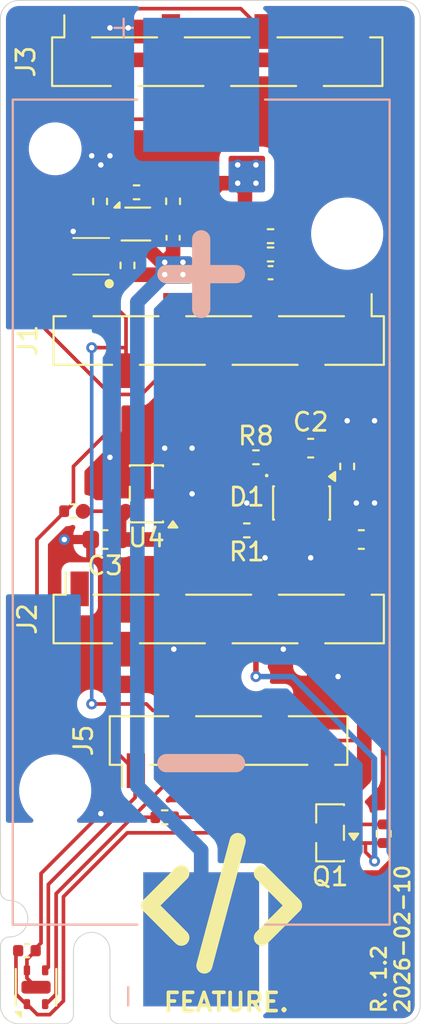
<source format=kicad_pcb>
(kicad_pcb (version 20241229) (generator "pcbnew") (generator_version "9.0")
  (title_block (title "Plant Sensor Breakout Board") (date "2026-02-10") (rev "1.2") (company "FEATURE") (comment 1 "pls sub this took so long good lord"))
  (layers (0 "F.Cu" signal) (2 "B.Cu" signal) (13 "F.Paste" user) (15 "B.Paste" user) (5 "F.SilkS" user "F.Silkscreen") (7 "B.SilkS" user "B.Silkscreen") (1 "F.Mask" user) (3 "B.Mask" user) (25 "Edge.Cuts" user))
  (net 0 "")
  (net 1 "GND")
  (net 2 "Net-(J1-Pin_2)")
  (net 3 "Net-(J1-Pin_7)")
  (net 4 "Net-(J1-Pin_4)")
  (net 5 "Net-(J1-Pin_1)")
  (net 6 "Net-(J2-Pin_4)")
  (net 7 "Net-(J2-Pin_1)")
  (net 8 "Net-(J2-Pin_2)")
  (net 9 "Net-(J2-Pin_3)")
  (net 11 "Net-(U5-BAT)")
  (net 12 "Net-(D1-K)")
  (net 13 "Net-(U2-ISET)")
  (net 14 "Net-(U2-TS)")
  (net 15 "Net-(U5-V-)")
  (net 16 "Net-(D1-A)")
  (net 17 "Net-(U5-Dout)")
  (net 18 "Net-(U5-Cout)")
  (net 20 "BAT+")
  (net 22 "/V_{USB}")
  (net 23 "+3V3")
  (net 24 "/3V3_{SW}")
  (net 25 "/BAT_{SENSE}")
  (net 26 "/SDA")
  (net 27 "/SCL")
  (net 28 "/MOSFET_{DRAIN}")
  (net 29 "/BAT+")
  (net 30 "/BAT-")
  (footprint "Library:LED_0402_1005Metric" (layer "F.Cu") (at 137.5 81.5 180)
    (property "Reference" "D1" (at 0 -1.17 0) (layer "F.SilkS"))
    (property "Value" "LED")
    (pad "1" smd roundrect (at -0.485 0 180) (size 0.59 0.64) (layers "F.Cu" "F.Mask" "F.Paste") (net 12 "Net-(D1-K)"))
    (pad "2" smd roundrect (at 0.485 0 180) (size 0.59 0.64) (layers "F.Cu" "F.Mask" "F.Paste") (net 16 "Net-(D1-A)"))
  )
  (footprint "Library:R_0402_1005Metric" (layer "F.Cu") (at 133.46 66.49 90)
    (property "Reference" "R4" (hide yes))
    (property "Value" "330" (hide yes))
    (pad "1" smd roundrect (at -0.51 0 90) (size 0.54 0.64) (layers "F.Cu" "F.Mask" "F.Paste") (net 11 "Net-(U5-BAT)"))
    (pad "2" smd roundrect (at 0.51 0 90) (size 0.54 0.64) (layers "F.Cu" "F.Mask" "F.Paste") (net 29 "/BAT+"))
  )
  (footprint "Library:PinSocket_1x07_P2.54mm_Vertical_SMD_Pin1Right" (layer "F.Cu") (at 135.96 89.35 90)
    (property "Reference" "J2" (at 0 -10.49 90) (layer "F.SilkS"))
    (property "Value" "Lower MCU Socket")
    (pad "1" smd rect (at 1.65 -7.62 90) (size 1.9 1) (layers "F.Cu" "F.Mask" "F.Paste") (net 7 "Net-(J2-Pin_1)"))
    (pad "2" smd rect (at -1.65 -5.08 90) (size 1.9 1) (layers "F.Cu" "F.Mask" "F.Paste") (net 8 "Net-(J2-Pin_2)"))
    (pad "3" smd rect (at 1.65 -2.54 90) (size 1.9 1) (layers "F.Cu" "F.Mask" "F.Paste") (net 9 "Net-(J2-Pin_3)"))
    (pad "4" smd rect (at -1.65 0 90) (size 1.9 1) (layers "F.Cu" "F.Mask" "F.Paste") (net 6 "Net-(J2-Pin_4)"))
    (pad "5" smd rect (at 1.65 2.54 90) (size 1.9 1) (layers "F.Cu" "F.Mask" "F.Paste") (net 23 "+3V3"))
    (pad "6" smd rect (at -1.65 5.08 90) (size 1.9 1) (layers "F.Cu" "F.Mask" "F.Paste") (net 1 "GND"))
    (pad "7" smd rect (at 1.65 7.62 90) (size 1.9 1) (layers "F.Cu" "F.Mask" "F.Paste") (net 22 "/V_{USB}"))
  )
  (footprint "Library:SOT-23-6" (layer "F.Cu") (at 140.5 83 -90)
    (property "Reference" "U2" (hide yes))
    (property "Value" "BQ21040DBV")
    (pad "1" smd roundrect (at -1.1375 -0.95 270) (size 1.325 0.6) (layers "F.Cu" "F.Mask" "F.Paste") (net 14 "Net-(U2-TS)"))
    (pad "2" smd roundrect (at -1.1375 0 270) (size 1.325 0.6) (layers "F.Cu" "F.Mask" "F.Paste") (net 29 "/BAT+"))
    (pad "3" smd roundrect (at -1.1375 0.95 270) (size 1.325 0.6) (layers "F.Cu" "F.Mask" "F.Paste") (net 12 "Net-(D1-K)"))
    (pad "4" smd roundrect (at 1.1375 0.95 270) (size 1.325 0.6) (layers "F.Cu" "F.Mask" "F.Paste") (net 13 "Net-(U2-ISET)"))
    (pad "5" smd roundrect (at 1.1375 0 270) (size 1.325 0.6) (layers "F.Cu" "F.Mask" "F.Paste") (net 1 "GND"))
    (pad "6" smd roundrect (at 1.1375 -0.95 270) (size 1.325 0.6) (layers "F.Cu" "F.Mask" "F.Paste") (net 22 "/V_{USB}"))
  )
  (footprint "Library:WSON-6_1.5x1.5mm_P0.5mm" (layer "F.Cu") (at 131.425 67.735)
    (property "Reference" "U5" (hide yes))
    (property "Value" "BQ29700" (hide yes))
    (pad "1" smd roundrect (at -0.525 -0.5 270) (size 0.28 0.85) (layers "F.Cu" "F.Mask" "F.Paste"))
    (pad "2" smd roundrect (at -0.575 0 270) (size 0.28 0.75) (layers "F.Cu" "F.Mask" "F.Paste") (net 18 "Net-(U5-Cout)"))
    (pad "3" smd roundrect (at -0.575 0.5 270) (size 0.28 0.75) (layers "F.Cu" "F.Mask" "F.Paste") (net 17 "Net-(U5-Dout)"))
    (pad "4" smd roundrect (at 0.575 0.5 270) (size 0.28 0.75) (layers "F.Cu" "F.Mask" "F.Paste") (net 30 "/BAT-"))
    (pad "5" smd roundrect (at 0.575 0 270) (size 0.28 0.75) (layers "F.Cu" "F.Mask" "F.Paste") (net 11 "Net-(U5-BAT)"))
    (pad "6" smd roundrect (at 0.575 -0.5 270) (size 0.28 0.75) (layers "F.Cu" "F.Mask" "F.Paste") (net 15 "Net-(U5-V-)"))
  )
  (footprint "Library:R_0402_1005Metric" (layer "F.Cu") (at 130.96 70 90)
    (property "Reference" "R6" (hide yes))
    (property "Value" "5.1M" (hide yes))
    (pad "1" smd roundrect (at -0.51 0 90) (size 0.54 0.64) (layers "F.Cu" "F.Mask" "F.Paste") (net 30 "/BAT-"))
    (pad "2" smd roundrect (at 0.51 0 90) (size 0.54 0.64) (layers "F.Cu" "F.Mask" "F.Paste") (net 17 "Net-(U5-Dout)"))
  )
  (footprint "Library:C_0603_1608Metric" (layer "F.Cu") (at 141 80)
    (property "Reference" "C2" (at 0 -1.43 0) (layer "F.SilkS"))
    (property "Value" "2.2uF@16v")
    (pad "1" smd roundrect (at -0.775 0) (size 0.9 0.95) (layers "F.Cu" "F.Mask" "F.Paste") (net 29 "/BAT+"))
    (pad "2" smd roundrect (at 0.775 0) (size 0.9 0.95) (layers "F.Cu" "F.Mask" "F.Paste") (net 1 "GND"))
  )
  (footprint "Library:R_0402_1005Metric" (layer "F.Cu") (at 131.46 66 180)
    (property "Reference" "R3" (hide yes))
    (property "Value" "2.2k" (hide yes))
    (pad "1" smd roundrect (at -0.51 0 180) (size 0.54 0.64) (layers "F.Cu" "F.Mask" "F.Paste") (net 15 "Net-(U5-V-)"))
    (pad "2" smd roundrect (at 0.51 0 180) (size 0.54 0.64) (layers "F.Cu" "F.Mask" "F.Paste") (net 1 "GND"))
  )
  (footprint "Library:SOT-23" (layer "F.Cu") (at 142.0625 101.05 180)
    (property "Reference" "Q1" (at 0 -2.4 0) (layer "F.SilkS"))
    (property "Value" "AO3401A" (hide yes))
    (pad "1" smd roundrect (at -0.9375 -0.95 180) (size 1.475 0.6) (layers "F.Cu" "F.Mask" "F.Paste") (net 6 "Net-(J2-Pin_4)"))
    (pad "2" smd roundrect (at -0.9375 0.95 180) (size 1.475 0.6) (layers "F.Cu" "F.Mask" "F.Paste") (net 23 "+3V3"))
    (pad "3" smd roundrect (at 0.9375 0 180) (size 1.475 0.6) (layers "F.Cu" "F.Mask" "F.Paste") (net 24 "/3V3_{SW}"))
  )
  (footprint "Library:C_0402_1005Metric" (layer "F.Cu") (at 125.45 107.5)
    (property "Reference" "C5" (hide yes))
    (property "Value" "100nF@16v" (hide yes))
    (pad "1" smd roundrect (at -0.48 0) (size 0.56 0.62) (layers "F.Cu" "F.Mask" "F.Paste") (net 24 "/3V3_{SW}"))
    (pad "2" smd roundrect (at 0.48 0) (size 0.56 0.62) (layers "F.Cu" "F.Mask" "F.Paste") (net 1 "GND"))
  )
  (footprint "Library:R_0402_1005Metric" (layer "F.Cu") (at 138.8 69.4)
    (property "Reference" "R12" (hide yes))
    (property "Value" "5.1M" (hide yes))
    (pad "1" smd roundrect (at -0.51 0) (size 0.54 0.64) (layers "F.Cu" "F.Mask" "F.Paste") (net 29 "/BAT+"))
    (pad "2" smd roundrect (at 0.51 0) (size 0.54 0.64) (layers "F.Cu" "F.Mask" "F.Paste") (net 25 "/BAT_{SENSE}"))
  )
  (footprint "Library:PinSocket_1x05_P2.54mm_Vertical_SMD_Pin1Left" (layer "F.Cu") (at 136.5 96 90)
    (property "Reference" "J5" (at 0 -7.95 90) (layer "F.SilkS"))
    (property "Value" "5-pin Socket")
    (pad "1" smd rect (at -1.65 -5.08 90) (size 1.9 1) (layers "F.Cu" "F.Mask" "F.Paste") (net 26 "/SDA"))
    (pad "2" smd rect (at 1.65 -2.54 90) (size 1.9 1) (layers "F.Cu" "F.Mask" "F.Paste") (net 27 "/SCL"))
    (pad "3" smd rect (at -1.65 0 90) (size 1.9 1) (layers "F.Cu" "F.Mask" "F.Paste") (net 1 "GND"))
    (pad "4" smd rect (at 1.65 2.54 90) (size 1.9 1) (layers "F.Cu" "F.Mask" "F.Paste"))
    (pad "5" smd rect (at -1.65 5.08 90) (size 1.9 1) (layers "F.Cu" "F.Mask" "F.Paste") (net 24 "/3V3_{SW}"))
  )
  (footprint "Library:PinSocket_1x07_P2.54mm_Vertical_SMD_Pin1Right" (layer "F.Cu") (at 135.88 58.85 90)
    (property "Reference" "J3" (at 0 -10.49 90) (layer "F.SilkS"))
    (property "Value" "Sensor Socket" (hide yes))
    (pad "1" smd rect (at 1.65 -7.62 90) (size 1.9 1) (layers "F.Cu" "F.Mask" "F.Paste") (net 24 "/3V3_{SW}"))
    (pad "2" smd rect (at -1.65 -5.08 90) (size 1.9 1) (layers "F.Cu" "F.Mask" "F.Paste"))
    (pad "3" smd rect (at 1.65 -2.54 90) (size 1.9 1) (layers "F.Cu" "F.Mask" "F.Paste") (net 1 "GND"))
    (pad "4" smd rect (at -1.65 0 90) (size 1.9 1) (layers "F.Cu" "F.Mask" "F.Paste") (net 27 "/SCL"))
    (pad "5" smd rect (at 1.65 2.54 90) (size 1.9 1) (layers "F.Cu" "F.Mask" "F.Paste") (net 26 "/SDA"))
    (pad "6" smd rect (at -1.65 5.08 90) (size 1.9 1) (layers "F.Cu" "F.Mask" "F.Paste"))
    (pad "7" smd rect (at 1.65 7.62 90) (size 1.9 1) (layers "F.Cu" "F.Mask" "F.Paste"))
  )
  (footprint "Library:R_0402_1005Metric" (layer "F.Cu") (at 138 80.5)
    (property "Reference" "R8" (at 0 -1.17 0) (layer "F.SilkS"))
    (property "Value" "2.2k")
    (pad "1" smd roundrect (at -0.51 0) (size 0.54 0.64) (layers "F.Cu" "F.Mask" "F.Paste") (net 16 "Net-(D1-A)"))
    (pad "2" smd roundrect (at 0.51 0) (size 0.54 0.64) (layers "F.Cu" "F.Mask" "F.Paste") (net 29 "/BAT+"))
  )
  (footprint "Library:C_0402_1005Metric" (layer "F.Cu") (at 133.46 68.49 -90)
    (property "Reference" "C4" (hide yes))
    (property "Value" "100nF@16v" (hide yes))
    (pad "1" smd roundrect (at -0.48 0 270) (size 0.56 0.62) (layers "F.Cu" "F.Mask" "F.Paste") (net 11 "Net-(U5-BAT)"))
    (pad "2" smd roundrect (at 0.48 0 270) (size 0.56 0.62) (layers "F.Cu" "F.Mask" "F.Paste") (net 30 "/BAT-"))
  )
  (footprint "Library:R_0402_1005Metric" (layer "F.Cu") (at 145 101.1 90)
    (property "Reference" "R7" (hide yes))
    (property "Value" "100k")
    (pad "1" smd roundrect (at -0.51 0 90) (size 0.54 0.64) (layers "F.Cu" "F.Mask" "F.Paste") (net 6 "Net-(J2-Pin_4)"))
    (pad "2" smd roundrect (at 0.51 0 90) (size 0.54 0.64) (layers "F.Cu" "F.Mask" "F.Paste") (net 23 "+3V3"))
  )
  (footprint "Library:PinSocket_1x07_P2.54mm_Vertical_SMD_Pin1Left" (layer "F.Cu") (at 135.96 74.11 -90)
    (property "Reference" "J1" (at 0 10.46 90) (layer "F.SilkS"))
    (property "Value" "Upper MCU Socket")
    (pad "1" smd rect (at -1.65 -7.62 270) (size 1.9 1) (layers "F.Cu" "F.Mask" "F.Paste") (net 5 "Net-(J1-Pin_1)"))
    (pad "2" smd rect (at 1.65 -5.08 270) (size 1.9 1) (layers "F.Cu" "F.Mask" "F.Paste") (net 2 "Net-(J1-Pin_2)"))
    (pad "3" smd rect (at -1.65 -2.54 270) (size 1.9 1) (layers "F.Cu" "F.Mask" "F.Paste") (net 25 "/BAT_{SENSE}"))
    (pad "4" smd rect (at 1.65 0 270) (size 1.9 1) (layers "F.Cu" "F.Mask" "F.Paste") (net 4 "Net-(J1-Pin_4)"))
    (pad "5" smd rect (at -1.65 2.54 270) (size 1.9 1) (layers "F.Cu" "F.Mask" "F.Paste") (net 26 "/SDA"))
    (pad "6" smd rect (at 1.65 5.08 270) (size 1.9 1) (layers "F.Cu" "F.Mask" "F.Paste") (net 27 "/SCL"))
    (pad "7" smd rect (at -1.65 7.62 270) (size 1.9 1) (layers "F.Cu" "F.Mask" "F.Paste") (net 3 "Net-(J1-Pin_7)"))
  )
  (footprint "Library:C_0603_1608Metric" (layer "F.Cu") (at 143.775 85)
    (property "Reference" "C1" (hide yes))
    (property "Value" "2.2uF@16v")
    (pad "1" smd roundrect (at -0.775 0) (size 0.9 0.95) (layers "F.Cu" "F.Mask" "F.Paste") (net 22 "/V_{USB}"))
    (pad "2" smd roundrect (at 0.775 0) (size 0.9 0.95) (layers "F.Cu" "F.Mask" "F.Paste") (net 1 "GND"))
  )
  (footprint "Library:C_0402_1005Metric" (layer "F.Cu") (at 138.8 70.4)
    (property "Reference" "C6" (hide yes))
    (property "Value" "100nF@16v" (hide yes))
    (pad "1" smd roundrect (at -0.48 0) (size 0.56 0.62) (layers "F.Cu" "F.Mask" "F.Paste") (net 25 "/BAT_{SENSE}"))
    (pad "2" smd roundrect (at 0.48 0) (size 0.56 0.62) (layers "F.Cu" "F.Mask" "F.Paste") (net 1 "GND"))
  )
  (footprint "Library:C_0603_1608Metric" (layer "F.Cu") (at 129.725 85 180)
    (property "Reference" "C3" (at 0 -1.43 0) (layer "F.SilkS"))
    (property "Value" "2.2uF@16v")
    (pad "1" smd roundrect (at -0.775 0 180) (size 0.9 0.95) (layers "F.Cu" "F.Mask" "F.Paste") (net 23 "+3V3"))
    (pad "2" smd roundrect (at 0.775 0 180) (size 0.9 0.95) (layers "F.Cu" "F.Mask" "F.Paste") (net 1 "GND"))
  )
  (footprint "Library:CSD85301Q2" (layer "F.Cu") (at 128.96 69.5 180)
    (property "Reference" "U6" (hide yes))
    (property "Value" "CSD85301Q2" (hide yes))
    (pad "1" smd rect (at -0.975 -0.65 180) (size 0.45 0.3) (layers "F.Cu" "F.Mask" "F.Paste") (net 30 "/BAT-"))
    (pad "2" smd rect (at -0.975 0 180) (size 0.45 0.3) (layers "F.Cu" "F.Mask" "F.Paste") (net 17 "Net-(U5-Dout)"))
    (pad "3" smd rect (at -0.975 0.65 180) (size 0.45 0.3) (layers "F.Cu" "F.Mask" "F.Paste") (net 28 "/MOSFET_{DRAIN}"))
    (pad "4" smd rect (at 0.975 0.65 180) (size 0.45 0.3) (layers "F.Cu" "F.Mask" "F.Paste") (net 1 "GND"))
    (pad "5" smd rect (at 0.975 0 180) (size 0.45 0.3) (layers "F.Cu" "F.Mask" "F.Paste") (net 18 "Net-(U5-Cout)"))
    (pad "6" smd rect (at 0.975 -0.65 180) (size 0.45 0.3) (layers "F.Cu" "F.Mask" "F.Paste") (net 28 "/MOSFET_{DRAIN}"))
    (pad "7" smd rect (at 0 -0.488 180) (size 0.9 0.625) (layers "F.Cu" "F.Mask" "F.Paste") (net 28 "/MOSFET_{DRAIN}"))
    (pad "8" smd rect (at 0 0.488 180) (size 0.9 0.625) (layers "F.Cu" "F.Mask" "F.Paste") (net 28 "/MOSFET_{DRAIN}"))
  )
  (footprint "Library:R_0402_1005Metric" (layer "F.Cu") (at 138.8 68.4)
    (property "Reference" "R11" (hide yes))
    (property "Value" "5.1M" (hide yes))
    (pad "1" smd roundrect (at -0.51 0) (size 0.54 0.64) (layers "F.Cu" "F.Mask" "F.Paste") (net 25 "/BAT_{SENSE}"))
    (pad "2" smd roundrect (at 0.51 0) (size 0.54 0.64) (layers "F.Cu" "F.Mask" "F.Paste") (net 1 "GND"))
  )
  (footprint "Library:R_0402_1005Metric" (layer "F.Cu") (at 133 100.2 180)
    (property "Reference" "R9" (hide yes))
    (property "Value" "3k3" (hide yes))
    (pad "1" smd roundrect (at -0.51 0 180) (size 0.54 0.64) (layers "F.Cu" "F.Mask" "F.Paste") (net 23 "+3V3"))
    (pad "2" smd roundrect (at 0.51 0 180) (size 0.54 0.64) (layers "F.Cu" "F.Mask" "F.Paste") (net 27 "/SCL"))
  )
  (footprint "Library:SOT-23-5" (layer "F.Cu") (at 132 82.5 180)
    (property "Reference" "U4" (at 0 -2.4 0) (layer "F.SilkS"))
    (property "Value" "TPS7A0533PDBV")
    (pad "1" smd roundrect (at -1.1375 -0.95 180) (size 1.325 0.6) (layers "F.Cu" "F.Mask" "F.Paste") (net 29 "/BAT+"))
    (pad "2" smd roundrect (at -1.1375 0 180) (size 1.325 0.6) (layers "F.Cu" "F.Mask" "F.Paste") (net 1 "GND"))
    (pad "3" smd roundrect (at -1.1375 0.95 180) (size 1.325 0.6) (layers "F.Cu" "F.Mask" "F.Paste") (net 29 "/BAT+"))
    (pad "4" smd roundrect (at 1.1375 0.95 180) (size 1.325 0.6) (layers "F.Cu" "F.Mask" "F.Paste") (net 1 "GND"))
    (pad "5" smd roundrect (at 1.1375 -0.95 180) (size 1.325 0.6) (layers "F.Cu" "F.Mask" "F.Paste") (net 23 "+3V3"))
  )
  (footprint "Library:R_0402_1005Metric" (layer "F.Cu") (at 137.5 84.5 180)
    (property "Reference" "R1" (at 0 -1.17 0) (layer "F.SilkS"))
    (property "Value" "1.2k")
    (pad "1" smd roundrect (at -0.51 0 180) (size 0.54 0.64) (layers "F.Cu" "F.Mask" "F.Paste") (net 13 "Net-(U2-ISET)"))
    (pad "2" smd roundrect (at 0.51 0 180) (size 0.54 0.64) (layers "F.Cu" "F.Mask" "F.Paste") (net 1 "GND"))
  )
  (footprint "Library:Sensirion_DFN-4-1EP_2x2mm_P1mm_EP0.7x1.6mm" (layer "F.Cu") (at 125.95 109.5 90)
    (property "Reference" "U7" (hide yes))
    (property "Value" "SHTC3" (hide yes))
    (pad "1" smd roundrect (at -0.925 -0.5 90) (size 0.55 0.35) (layers "F.Cu" "F.Mask") (net 24 "/3V3_{SW}"))
    (pad "2" smd roundrect (at -0.925 0.5 90) (size 0.55 0.35) (layers "F.Cu" "F.Mask") (net 27 "/SCL"))
    (pad "3" smd roundrect (at 0.925 0.5 90) (size 0.55 0.35) (layers "F.Cu" "F.Mask") (net 26 "/SDA"))
    (pad "4" smd roundrect (at 0.925 -0.5 90) (size 0.55 0.35) (layers "F.Cu" "F.Mask") (net 1 "GND"))
    (pad "5" smd roundrect (at 0 0 90) (size 0.7 1.6) (layers "F.Cu" "F.Mask") (net 1 "GND"))
  )
  (footprint "Library:R_0402_1005Metric" (layer "F.Cu") (at 129.46 66.5 90)
    (property "Reference" "R5" (hide yes))
    (property "Value" "5.1M" (hide yes))
    (pad "1" smd roundrect (at -0.51 0 90) (size 0.54 0.64) (layers "F.Cu" "F.Mask" "F.Paste") (net 18 "Net-(U5-Cout)"))
    (pad "2" smd roundrect (at 0.51 0 90) (size 0.54 0.64) (layers "F.Cu" "F.Mask" "F.Paste") (net 1 "GND"))
  )
  (footprint "Library:R_0402_1005Metric" (layer "F.Cu") (at 128 83.45 180)
    (property "Reference" "R10" (hide yes))
    (property "Value" "3k3" (hide yes))
    (pad "1" smd roundrect (at -0.51 0 180) (size 0.54 0.64) (layers "F.Cu" "F.Mask" "F.Paste") (net 23 "+3V3"))
    (pad "2" smd roundrect (at 0.51 0 180) (size 0.54 0.64) (layers "F.Cu" "F.Mask" "F.Paste") (net 26 "/SDA"))
  )
  (footprint "Library:R_0402_1005Metric" (layer "F.Cu") (at 143 81 90)
    (property "Reference" "R2" (hide yes))
    (property "Value" "10k")
    (pad "1" smd roundrect (at -0.51 0 90) (size 0.54 0.64) (layers "F.Cu" "F.Mask" "F.Paste") (net 14 "Net-(U2-TS)"))
    (pad "2" smd roundrect (at 0.51 0 90) (size 0.54 0.64) (layers "F.Cu" "F.Mask" "F.Paste") (net 1 "GND"))
  )
  (footprint "Library:BAT_1096" (layer "B.Cu") (at 135 83.5 90)
    (property "Reference" "BT1" (hide yes))
    (property "Value" "1096" (hide yes))
    (pad "" np_thru_hole circle (at -15.24 -8 90) (size 3.45 3.45) (drill 3.45) (layers "*.Cu" "*.Mask"))
    (pad "" np_thru_hole circle (at 15.24 8 90) (size 3.45 3.45) (drill 3.45) (layers "*.Cu" "*.Mask"))
    (pad "" np_thru_hole circle (at 19.88 -8 90) (size 2.39 2.39) (drill 2.39) (layers "*.Cu" "*.Mask"))
    (pad "N" smd rect (at -23.38 0 90) (size 7.34 6.35) (layers "B.Cu" "B.Mask" "B.Paste") (net 30 "/BAT-"))
    (pad "P" smd rect (at 23.38 0 90) (size 7.34 6.35) (layers "B.Cu" "B.Mask" "B.Paste") (net 20 "BAT+"))
  )
  (gr_line (start 140.086805 105.027777) (end 138.322916 106.791666) (stroke (width 0.881944)) (layer "F.SilkS"))
  (gr_line (start 138.322916 103.263888) (end 140.086805 105.027777) (stroke (width 0.881944)) (layer "F.SilkS"))
  (gr_line (start 132.149306 105.027777) (end 133.913194 106.791666) (stroke (width 0.881944)) (layer "F.SilkS"))
  (gr_line (start 137 101.5) (end 135.17389 108.315136) (stroke (width 0.881944)) (layer "F.SilkS"))
  (gr_line (start 133.913194 103.263888) (end 132.149306 105.027777) (stroke (width 0.881944)) (layer "F.SilkS"))
  (gr_line (start 124 104.25) (end 124 56.5) (stroke (width 0.05)) (layer "Edge.Cuts"))
  (gr_line (start 147 94) (end 147 110.5) (stroke (width 0.05)) (layer "Edge.Cuts"))
  (gr_arc (start 146 55.5) (mid 146.707107 55.792893) (end 147 56.5) (stroke (width 0.05)) (layer "Edge.Cuts"))
  (gr_line (start 124 110.5) (end 124 107.25) (stroke (width 0.05)) (layer "Edge.Cuts"))
  (gr_arc (start 128 107.5) (mid 129 106.5) (end 130 107.5) (stroke (width 0.05)) (layer "Edge.Cuts"))
  (gr_line (start 125 55.5) (end 146 55.5) (stroke (width 0.05)) (layer "Edge.Cuts"))
  (gr_arc (start 124.5 104.75) (mid 125.5 105.75) (end 124.5 106.75) (stroke (width 0.05)) (layer "Edge.Cuts"))
  (gr_line (start 146 111.5) (end 146 111.5) (stroke (width 0.05)) (layer "Edge.Cuts"))
  (gr_arc (start 128 111) (mid 127.853553 111.353553) (end 127.5 111.5) (stroke (width 0.05)) (layer "Edge.Cuts"))
  (gr_arc (start 124 107.25) (mid 124.146447 106.896447) (end 124.5 106.75) (stroke (width 0.05)) (layer "Edge.Cuts"))
  (gr_line (start 128 107.5) (end 128 111) (stroke (width 0.05)) (layer "Edge.Cuts"))
  (gr_arc (start 125 111.5) (mid 124.292893 111.207107) (end 124 110.5) (stroke (width 0.05)) (layer "Edge.Cuts"))
  (gr_line (start 130 107.5) (end 130 111) (stroke (width 0.05)) (layer "Edge.Cuts"))
  (gr_line (start 127.5 111.5) (end 125 111.5) (stroke (width 0.05)) (layer "Edge.Cuts"))
  (gr_line (start 147 94) (end 147 56.5) (stroke (width 0.05)) (layer "Edge.Cuts"))
  (gr_arc (start 124 56.5) (mid 124.292893 55.792893) (end 125 55.5) (stroke (width 0.05)) (layer "Edge.Cuts"))
  (gr_arc (start 124.5 104.75) (mid 124.146447 104.603553) (end 124 104.25) (stroke (width 0.05)) (layer "Edge.Cuts"))
  (gr_line (start 130.5 111.5) (end 146 111.5) (stroke (width 0.05)) (layer "Edge.Cuts"))
  (gr_arc (start 130.5 111.5) (mid 130.146447 111.353553) (end 130 111) (stroke (width 0.05)) (layer "Edge.Cuts"))
  (gr_arc (start 147 110.5) (mid 146.707107 111.207107) (end 146 111.5) (stroke (width 0.05)) (layer "Edge.Cuts"))
  (gr_text "FEATURE." (at 132.834908 110.911953 0) (layer "F.SilkS") (effects (font (size 1 1) (thickness 0.2) (bold yes)) (justify left bottom)))
  (gr_text "R. ${REVISION}\n${ISSUE_DATE}" (at 146.5 111 90) (layer "F.SilkS") (effects (font (size 0.8 0.8) (thickness 0.15) (bold yes)) (justify left bottom)))
  (gr_text "+" (at 135 70.12 0) (layer "B.SilkS") (effects (font (size 5 5) (thickness 1) (bold yes)) (justify mirror)))
  (gr_text "-" (at 135 96.88 0) (layer "B.SilkS") (effects (font (size 5 5) (thickness 1) (bold yes)) (justify mirror)))
  (segment (start 140.5 84.1375) (end 140.5 83.475001) (width 0.5) (layer "F.Cu") (net 1))
  (segment (start 126.223999 103.276001) (end 129.5 100) (width 0.2) (layer "F.Cu") (net 1))
  (segment (start 133.1375 82.5) (end 134.5 82.5) (width 0.5) (layer "F.Cu") (net 1))
  (segment (start 140.5 85.5) (end 141 86) (width 0.5) (layer "F.Cu") (net 1))
  (segment (start 142.51 80) (end 143 80.49) (width 0.8) (layer "F.Cu") (net 1))
  (segment (start 126.223999 107.076001) (end 126.223999 103.276001) (width 0.2) (layer "F.Cu") (net 1))
  (segment (start 133.1375 82.5) (end 132 82.5) (width 0.5) (layer "F.Cu") (net 1))
  (segment (start 140.024999 83) (end 138.5 83) (width 0.5) (layer "F.Cu") (net 1))
  (segment (start 141.775 80) (end 141.775 78.775) (width 0.8) (layer "F.Cu") (net 1))
  (segment (start 125.45 108.575) (end 125.45 107.98) (width 0.2) (layer "F.Cu") (net 1))
  (segment (start 140.5 83.475001) (end 140.975001 83) (width 0.5) (layer "F.Cu") (net 1))
  (segment (start 125.93 107.5) (end 125.93 107.37) (width 0.2) (layer "F.Cu") (net 1))
  (segment (start 132 82.5) (end 130 82.5) (width 0.5) (layer "F.Cu") (net 1))
  (segment (start 127.985 68.136) (end 128 68.136) (width 0.2) (layer "F.Cu") (net 1))
  (segment (start 139.21 70.42) (end 139.29 70.5) (width 0.2) (layer "F.Cu") (net 1))
  (segment (start 125.93 107.37) (end 126.223999 107.076001) (width 0.2) (layer "F.Cu") (net 1))
  (segment (start 125.45 109) (end 125.95 109.5) (width 0.2) (layer "F.Cu") (net 1))
  (segment (start 144.55 85) (end 144.55 83.05) (width 0.8) (layer "F.Cu") (net 1))
  (segment (start 125.45 108.575) (end 125.45 109) (width 0.2) (layer "F.Cu") (net 1))
  (segment (start 132 82.5) (end 132 80.5) (width 0.5) (layer "F.Cu") (net 1))
  (segment (start 140.5 84.1375) (end 140.5 85.5) (width 0.5) (layer "F.Cu") (net 1))
  (segment (start 141.775 80) (end 142.51 80) (width 0.8) (layer "F.Cu") (net 1))
  (segment (start 141.775 78.775) (end 141.5 78.5) (width 0.8) (layer "F.Cu") (net 1))
  (segment (start 127.985 68.85) (end 127.985 68.136) (width 0.5) (layer "F.Cu") (net 1))
  (segment (start 142.476 83.024) (end 142.5 83) (width 0.5) (layer "F.Cu") (net 1))
  (segment (start 138.5 83) (end 138.524 83.024) (width 0.5) (layer "F.Cu") (net 1))
  (segment (start 138.524 83.024) (end 142.476 83.024) (width 0.5) (layer "F.Cu") (net 1))
  (segment (start 125.45 107.98) (end 125.93 107.5) (width 0.2) (layer "F.Cu") (net 1))
  (segment (start 144.55 83.05) (end 144.5 83) (width 0.8) (layer "F.Cu") (net 1))
  (segment (start 140.975001 83) (end 142.5 83) (width 0.5) (layer "F.Cu") (net 1))
  (segment (start 140.5 83.475001) (end 140.024999 83) (width 0.5) (layer "F.Cu") (net 1))
  (via (at 143 78.5) (size 0.6) (drill 0.3) (layers "F.Cu" "B.Cu") (net 1))
  (via (at 131 57) (size 0.6) (drill 0.3) (layers "F.Cu" "B.Cu") (net 1))
  (via (at 142.5 92.5) (size 0.6) (drill 0.3) (layers "F.Cu" "B.Cu") (net 1))
  (via (at 143.5 83) (size 0.6) (drill 0.3) (layers "F.Cu" "B.Cu") (net 1))
  (via (at 133 80) (size 0.6) (drill 0.3) (layers "F.Cu" "B.Cu") (net 1))
  (via (at 130 64) (size 0.6) (drill 0.3) (layers "F.Cu" "B.Cu") (net 1))
  (via (at 144.5 78.5) (size 0.6) (drill 0.3) (layers "F.Cu" "B.Cu") (net 1))
  (via (at 130 80.5) (size 0.6) (drill 0.3) (layers "F.Cu" "B.Cu") (net 1))
  (via (at 130 57) (size 0.6) (drill 0.3) (layers "F.Cu" "B.Cu") (net 1))
  (via (at 133.5 91) (size 0.6) (drill 0.3) (layers "F.Cu" "B.Cu") (net 1))
  (via (at 144.5 83) (size 0.6) (drill 0.3) (layers "F.Cu" "B.Cu") (net 1))
  (via (at 139.5 91) (size 0.6) (drill 0.3) (layers "F.Cu" "B.Cu") (net 1))
  (via (at 129 64) (size 0.6) (drill 0.3) (layers "F.Cu" "B.Cu") (net 1))
  (via (at 129.5 100) (size 0.6) (drill 0.3) (layers "F.Cu" "B.Cu") (net 1))
  (via (at 129.5 64.5) (size 0.6) (drill 0.3) (layers "F.Cu" "B.Cu") (net 1))
  (via (at 127.985 68.136) (size 0.6) (drill 0.3) (layers "F.Cu" "B.Cu") (net 1))
  (via (at 138.5 86) (size 0.6) (drill 0.3) (layers "F.Cu" "B.Cu") (net 1))
  (via (at 127.5 85) (size 0.6) (drill 0.3) (layers "F.Cu" "B.Cu") (net 1))
  (via (at 137.5 83) (size 0.6) (drill 0.3) (layers "F.Cu" "B.Cu") (net 1))
  (via (at 134.5 80) (size 0.6) (drill 0.3) (layers "F.Cu" "B.Cu") (net 1))
  (via (at 134.5 82.5) (size 0.6) (drill 0.3) (layers "F.Cu" "B.Cu") (net 1))
  (via (at 141 86) (size 0.6) (drill 0.3) (layers "F.Cu" "B.Cu") (net 1))
  (segment (start 143.39 101.61) (end 143 102) (width 0.2) (layer "F.Cu") (net 6))
  (segment (start 145 101.61) (end 144 101.61) (width 0.2) (layer "F.Cu") (net 6))
  (segment (start 137.6125 91) (end 135.96 91) (width 0.3) (layer "F.Cu") (net 6))
  (segment (start 144.5 102.6) (end 144 102.1) (width 0.2) (layer "F.Cu") (net 6))
  (segment (start 138 91.3875) (end 137.6125 91) (width 0.3) (layer "F.Cu") (net 6))
  (segment (start 138 92.5) (end 138 91.3875) (width 0.3) (layer "F.Cu") (net 6))
  (segment (start 144 101.61) (end 143.39 101.61) (width 0.2) (layer "F.Cu") (net 6))
  (segment (start 144 102.1) (end 144 101.61) (width 0.2) (layer "F.Cu") (net 6))
  (via (at 144.5 102.6) (size 0.6) (drill 0.3) (layers "F.Cu" "B.Cu") (net 6))
  (via (at 138 92.5) (size 0.6) (drill 0.3) (layers "F.Cu" "B.Cu") (net 6))
  (segment (start 144.5 97) (end 140 92.5) (width 0.3) (layer "B.Cu") (net 6))
  (segment (start 144.5 101.5) (end 144.5 97) (width 0.3) (layer "B.Cu") (net 6))
  (segment (start 140 92.5) (end 138 92.5) (width 0.3) (layer "B.Cu") (net 6))
  (segment (start 144.5 101.5) (end 144.5 102.6) (width 0.3) (layer "B.Cu") (net 6))
  (segment (start 133.46 67) (end 133.46 68.01) (width 0.5) (layer "F.Cu") (net 11))
  (segment (start 133.185 67.735) (end 132.258942 67.735) (width 0.3) (layer "F.Cu") (net 11))
  (segment (start 139.1875 81.5) (end 137.985 81.5) (width 0.2) (layer "F.Cu") (net 12))
  (segment (start 139.1875 81.5) (end 139.55 81.8625) (width 0.2) (layer "F.Cu") (net 12))
  (segment (start 139.1875 84.5) (end 139.55 84.1375) (width 0.5) (layer "F.Cu") (net 13))
  (segment (start 138.01 84.5) (end 139.1875 84.5) (width 0.5) (layer "F.Cu") (net 13))
  (segment (start 142.6475 81.8625) (end 143 81.51) (width 0.5) (layer "F.Cu") (net 14))
  (segment (start 141.45 81.8625) (end 142.6475 81.8625) (width 0.5) (layer "F.Cu") (net 14))
  (segment (start 131.96 66) (end 131.96 67.144) (width 0.5) (layer "F.Cu") (net 15))
  (segment (start 131.96 67.144) (end 132 67.144) (width 0.5) (layer "F.Cu") (net 15))
  (segment (start 131.97 66) (end 131.96 66) (width 0.5) (layer "F.Cu") (net 15))
  (segment (start 137.515 80.525) (end 137.49 80.5) (width 0.2) (layer "F.Cu") (net 16))
  (segment (start 137.015 80.975) (end 137.49 80.5) (width 0.2) (layer "F.Cu") (net 16))
  (segment (start 137.015 81.5) (end 137.015 80.975) (width 0.2) (layer "F.Cu") (net 16))
  (segment (start 130.96 68.345) (end 130.85 68.235) (width 0.3) (layer "F.Cu") (net 17))
  (segment (start 130.96 69.49) (end 130.96 68.345) (width 0.3) (layer "F.Cu") (net 17))
  (segment (start 129.945 69.49) (end 129.935 69.5) (width 0.3) (layer "F.Cu") (net 17))
  (segment (start 130.96 69.49) (end 129.945 69.49) (width 0.3) (layer "F.Cu") (net 17))
  (segment (start 127.736057 67.535) (end 129.26 67.535) (width 0.2) (layer "F.Cu") (net 18))
  (segment (start 130.85 67.735) (end 129.46 67.735) (width 0.2) (layer "F.Cu") (net 18))
  (segment (start 129.26 67.535) (end 129.46 67.735) (width 0.2) (layer "F.Cu") (net 18))
  (segment (start 127.46 69.5) (end 127.384 69.424) (width 0.2) (layer "F.Cu") (net 18))
  (segment (start 127.384 69.424) (end 127.384 67.887057) (width 0.2) (layer "F.Cu") (net 18))
  (segment (start 129.46 67.735) (end 129.46 67.01) (width 0.2) (layer "F.Cu") (net 18))
  (segment (start 127.46 69.5) (end 127.985 69.5) (width 0.2) (layer "F.Cu") (net 18))
  (segment (start 127.384 67.887057) (end 127.736057 67.535) (width 0.2) (layer "F.Cu") (net 18))
  (segment (start 137 62.12) (end 135 60.12) (width 0.8) (layer "B.Cu") (net 20))
  (segment (start 143 85) (end 142.3125 85) (width 0.8) (layer "F.Cu") (net 22))
  (segment (start 142.3125 85) (end 141.45 84.1375) (width 0.8) (layer "F.Cu") (net 22))
  (segment (start 143.58 87.7) (end 143 87.12) (width 0.8) (layer "F.Cu") (net 22))
  (segment (start 143 87.12) (end 143 85) (width 0.8) (layer "F.Cu") (net 22))
  (segment (start 140.392 87.7) (end 143.9375 91.2455) (width 0.8) (layer "F.Cu") (net 23))
  (segment (start 141.178 96) (end 143.9375 96) (width 0.2) (layer "F.Cu") (net 23))
  (segment (start 137.2 87.7) (end 138.5 87.7) (width 0.8) (layer "F.Cu") (net 23))
  (segment (start 130.5 85) (end 134.5 85) (width 0.8) (layer "F.Cu") (net 23))
  (segment (start 143 99) (end 143.9375 98.0625) (width 0.8) (layer "F.Cu") (net 23))
  (segment (start 140 97.178) (end 141.178 96) (width 0.2) (layer "F.Cu") (net 23))
  (segment (start 138.5 87.7) (end 140.392 87.7) (width 0.8) (layer "F.Cu") (net 23))
  (segment (start 143.9375 98.0625) (end 143.9375 96) (width 0.8) (layer "F.Cu") (net 23))
  (segment (start 130.5 83.8125) (end 130.8625 83.45) (width 0.8) (layer "F.Cu") (net 23))
  (segment (start 133.51 100.2) (end 139.3 100.2) (width 0.2) (layer "F.Cu") (net 23))
  (segment (start 145 100.59) (end 143.49 100.59) (width 0.2) (layer "F.Cu") (net 23))
  (segment (start 143.49 100.59) (end 143 100.1) (width 0.2) (layer "F.Cu") (net 23))
  (segment (start 143 99) (end 143 100.1) (width 0.8) (layer "F.Cu") (net 23))
  (segment (start 128.51 83.45) (end 130.8625 83.45) (width 0.2) (layer "F.Cu") (net 23))
  (segment (start 134.5 85) (end 137.2 87.7) (width 0.8) (layer "F.Cu") (net 23))
  (segment (start 139.3 100.2) (end 140 99.5) (width 0.2) (layer "F.Cu") (net 23))
  (segment (start 140 99.5) (end 140 97.178) (width 0.2) (layer "F.Cu") (net 23))
  (segment (start 130.5 85) (end 130.5 83.8125) (width 0.8) (layer "F.Cu") (net 23))
  (segment (start 143.9375 96) (end 143.9375 91.2455) (width 0.8) (layer "F.Cu") (net 23))
  (segment (start 128.541364 83.45) (end 128.525682 83.465682) (width 0.8) (layer "F.Cu") (net 23))
  (segment (start 126.700848 111.001) (end 127.452 110.249848) (width 0.2) (layer "F.Cu") (net 24))
  (segment (start 125.45 110.425) (end 126.026 111.001) (width 0.2) (layer "F.Cu") (net 24))
  (segment (start 127.452 104.548) (end 130.95 101.05) (width 0.2) (layer "F.Cu") (net 24))
  (segment (start 126.026 111.001) (end 126.700848 111.001) (width 0.2) (layer "F.Cu") (net 24))
  (segment (start 142.25 103.5) (end 144.874207 103.5) (width 0.8) (layer "F.Cu") (net 24))
  (segment (start 133.5 101.05) (end 141.125 101.05) (width 0.2) (layer "F.Cu") (net 24))
  (segment (start 141.125 101.05) (end 141.125 98.105) (width 0.8) (layer "F.Cu") (net 24))
  (segment (start 144.874207 103.5) (end 146 102.374207) (width 0.8) (layer "F.Cu") (net 24))
  (segment (start 125.396986 110.425) (end 125.45 110.425) (width 0.2) (layer "F.Cu") (net 24))
  (segment (start 141.125 102.375) (end 142.25 103.5) (width 0.8) (layer "F.Cu") (net 24))
  (segment (start 141.125 98.105) (end 141.58 97.65) (width 0.8) (layer "F.Cu") (net 24))
  (segment (start 144.751 58.751) (end 129.811 58.751) (width 0.8) (layer "F.Cu") (net 24))
  (segment (start 124.849 109.877014) (end 125.396986 110.425) (width 0.2) (layer "F.Cu") (net 24))
  (segment (start 127.452 110.249848) (end 127.452 104.548) (width 0.2) (layer "F.Cu") (net 24))
  (segment (start 130.95 101.05) (end 133.5 101.05) (width 0.2) (layer "F.Cu") (net 24))
  (segment (start 124.97 107.5) (end 124.849 107.621) (width 0.2) (layer "F.Cu") (net 24))
  (segment (start 141.125 101.05) (end 141.125 102.375) (width 0.8) (layer "F.Cu") (net 24))
  (segment (start 146 102.374207) (end 146 60) (width 0.8) (layer "F.Cu") (net 24))
  (segment (start 124.849 107.621) (end 124.849 109.877014) (width 0.2) (layer "F.Cu") (net 24))
  (segment (start 129.811 58.751) (end 128.26 57.2) (width 0.8) (layer "F.Cu") (net 24))
  (segment (start 133.51 101.04) (end 133.5 101.05) (width 0.2) (layer "F.Cu") (net 24))
  (segment (start 146 60) (end 144.751 58.751) (width 0.8) (layer "F.Cu") (net 24))
  (segment (start 138.32 72.28) (end 138.5 72.46) (width 0.2) (layer "F.Cu") (net 25))
  (segment (start 138.32 70.39) (end 139.31 69.4) (width 0.2) (layer "F.Cu") (net 25))
  (segment (start 138.5 70.58) (end 138.32 70.4) (width 0.2) (layer "F.Cu") (net 25))
  (segment (start 138.32 70.5) (end 138.32 70.49) (width 0.2) (layer "F.Cu") (net 25))
  (segment (start 138.31 68.4) (end 139.31 69.4) (width 0.2) (layer "F.Cu") (net 25))
  (segment (start 138.29 68.5) (end 138.31 68.5) (width 0.2) (layer "F.Cu") (net 25))
  (segment (start 138.5 72.46) (end 138.5 70.58) (width 0.2) (layer "F.Cu") (net 25))
  (segment (start 130.029 77.061) (end 126.432 73.464) (width 0.2) (layer "F.Cu") (net 26))
  (segment (start 131 77.061) (end 131.731 77.061) (width 0.2) (layer "F.Cu") (net 26))
  (segment (start 126.624999 108.400001) (end 126.624999 103.875001) (width 0.2) (layer "F.Cu") (net 26))
  (segment (start 124.903 65.769429) (end 124.903 58.505) (width 0.2) (layer "F.Cu") (net 26))
  (segment (start 126.624999 103.875001) (end 131.38 99.12) (width 0.2) (layer "F.Cu") (net 26))
  (segment (start 137.169 55.949) (end 138.42 57.2) (width 0.2) (layer "F.Cu") (net 26))
  (segment (start 128 83) (end 128 81) (width 0.2) (layer "F.Cu") (net 26))
  (segment (start 130.029 78.971) (end 130.029 77.061) (width 0.2) (layer "F.Cu") (net 26))
  (segment (start 124.903 58.505) (end 127.459 55.949) (width 0.2) (layer "F.Cu") (net 26))
  (segment (start 126.45 108.575) (end 126.624999 108.400001) (width 0.2) (layer "F.Cu") (net 26))
  (segment (start 130.029 77.061) (end 131 77.061) (width 0.2) (layer "F.Cu") (net 26))
  (segment (start 126.432 67.29843) (end 124.903 65.769429) (width 0.2) (layer "F.Cu") (net 26))
  (segment (start 126 85) (end 128 83) (width 0.2) (layer "F.Cu") (net 26))
  (segment (start 131.38 99.12) (end 131.38 97.65) (width 0.2) (layer "F.Cu") (net 26))
  (segment (start 128 81) (end 130.029 78.971) (width 0.2) (layer "F.Cu") (net 26))
  (segment (start 126.432 73.464) (end 126.432 67.29843) (width 0.2) (layer "F.Cu") (net 26))
  (segment (start 133.42 75.372) (end 133.42 72.46) (width 0.2) (layer "F.Cu") (net 26))
  (segment (start 131.38 97.65) (end 126 92.27) (width 0.2) (layer "F.Cu") (net 26))
  (segment (start 131.731 77.061) (end 133.42 75.372) (width 0.2) (layer "F.Cu") (net 26))
  (segment (start 126 92.27) (end 126 85) (width 0.2) (layer "F.Cu") (net 26))
  (segment (start 127.459 55.949) (end 137.169 55.949) (width 0.2) (layer "F.Cu") (net 26))
  (segment (start 126.933 67.090909) (end 126.933 70.175) (width 0.2) (layer "F.Cu") (net 27))
  (segment (start 125.404 62.958915) (end 126.362915 62) (width 0.2) (layer "F.Cu") (net 27))
  (segment (start 132.96645 98.46645) (end 133.92 97.5129) (width 0.2) (layer "F.Cu") (net 27))
  (segment (start 130.88 72.848) (end 130.88 74.5) (width 0.2) (layer "F.Cu") (net 27))
  (segment (start 130.88 74.5) (end 130.88 75.76) (width 0.2) (layer "F.Cu") (net 27))
  (segment (start 132 94) (end 129 94) (width 0.2) (layer "F.Cu") (net 27))
  (segment (start 125.404 65.561909) (end 126.933 67.090909) (width 0.2) (layer "F.Cu") (net 27))
  (segment (start 132.49 100.2) (end 131.3 100.2) (width 0.2) (layer "F.Cu") (net 27))
  (segment (start 131.3 100.2) (end 131.26645 100.16645) (width 0.2) (layer "F.Cu") (net 27))
  (segment (start 126.45 110.425) (end 126.503014 110.425) (width 0.2) (layer "F.Cu") (net 27))
  (segment (start 125.404 62.958915) (end 125.404 65.561909) (width 0.2) (layer "F.Cu") (net 27))
  (segment (start 128.6835 70.6515) (end 130.88 72.848) (width 0.2) (layer "F.Cu") (net 27))
  (segment (start 127.051 109.877014) (end 127.051 104.3819) (width 0.2) (layer "F.Cu") (net 27))
  (segment (start 126.933 70.175) (end 127.4095 70.6515) (width 0.2) (layer "F.Cu") (net 27))
  (segment (start 126.503014 110.425) (end 127.051 109.877014) (width 0.2) (layer "F.Cu") (net 27))
  (segment (start 129.5 74.5) (end 129 74.5) (width 0.2) (layer "F.Cu") (net 27))
  (segment (start 130.88 74.5) (end 129.5 74.5) (width 0.2) (layer "F.Cu") (net 27))
  (segment (start 127.051 104.3819) (end 131.26645 100.16645) (width 0.2) (layer "F.Cu") (net 27))
  (segment (start 133.92 97.5129) (end 133.92 94.35) (width 0.2) (layer "F.Cu") (net 27))
  (segment (start 131.26645 100.16645) (end 132.96645 98.46645) (width 0.2) (layer "F.Cu") (net 27))
  (segment (start 132.35 94.35) (end 132 94) (width 0.2) (layer "F.Cu") (net 27))
  (segment (start 134.38 62) (end 135.88 60.5) (width 0.2) (layer "F.Cu") (net 27))
  (segment (start 126.362915 62) (end 134.38 62) (width 0.2) (layer "F.Cu") (net 27))
  (segment (start 133.92 94.35) (end 132.35 94.35) (width 0.2) (layer "F.Cu") (net 27))
  (segment (start 127.4095 70.6515) (end 128.6835 70.6515) (width 0.2) (layer "F.Cu") (net 27))
  (via (at 129 94) (size 0.6) (drill 0.3) (layers "F.Cu" "B.Cu") (net 27))
  (via (at 129 74.5) (size 0.6) (drill 0.3) (layers "F.Cu" "B.Cu") (net 27))
  (segment (start 129 74.5) (end 129 94) (width 0.2) (layer "B.Cu") (net 27))
  (segment (start 128.798 70.15) (end 128.96 69.988) (width 0.3) (layer "F.Cu") (net 28))
  (segment (start 127.985 70.15) (end 128.798 70.15) (width 0.3) (layer "F.Cu") (net 28))
  (segment (start 128.96 69.865926) (end 129.021037 69.926963) (width 0.8) (layer "F.Cu") (net 28))
  (segment (start 128.96 69.012) (end 128.96 69.865926) (width 0.8) (layer "F.Cu") (net 28))
  (segment (start 129.122 68.85) (end 128.96 69.012) (width 0.3) (layer "F.Cu") (net 28))
  (segment (start 129.935 68.85) (end 129.122 68.85) (width 0.3) (layer "F.Cu") (net 28))
  (segment (start 136 65.5) (end 137 65.5) (width 0.8) (layer "F.Cu") (net 29))
  (segment (start 137.399 75.399) (end 137.399 69.5) (width 0.8) (layer "F.Cu") (net 29))
  (segment (start 137.399 65.899) (end 137 65.5) (width 0.8) (layer "F.Cu") (net 29))
  (segment (start 135.45 82.824207) (end 135.45 81.55) (width 0.8) (layer "F.Cu") (net 29))
  (segment (start 136.485 80.515) (end 136.485 80.140396) (width 0.8) (layer "F.Cu") (net 29))
  (segment (start 133.1375 81.55) (end 135.45 81.55) (width 0.8) (layer "F.Cu") (net 29))
  (segment (start 138.19 69.4) (end 137.399 69.4) (width 0.2) (layer "F.Cu") (net 29))
  (segment (start 138.51 80.5) (end 139.725 80.5) (width 0.2) (layer "F.Cu") (net 29))
  (segment (start 133.46 65.98) (end 135.52 65.98) (width 0.8) (layer "F.Cu") (net 29))
  (segment (start 139.725 79.5) (end 140.225 80) (width 0.8) (layer "F.Cu") (net 29))
  (segment (start 134.824207 83.45) (end 135.45 82.824207) (width 0.8) (layer "F.Cu") (net 29))
  (segment (start 135.45 81.55) (end 136.485 80.515) (width 0.8) (layer "F.Cu") (net 29))
  (segment (start 136.485 80.140396) (end 137.125396 79.5) (width 0.8) (layer "F.Cu") (net 29))
  (segment (start 133.1375 83.45) (end 134.824207 83.45) (width 0.8) (layer "F.Cu") (net 29))
  (segment (start 135.52 65.98) (end 136 65.5) (width 0.8) (layer "F.Cu") (net 29))
  (segment (start 137.399 69.5) (end 137.399 65.899) (width 0.8) (layer "F.Cu") (net 29))
  (segment (start 138.5 76.5) (end 137.399 75.399) (width 0.8) (layer "F.Cu") (net 29))
  (segment (start 140.5 80.275) (end 140.225 80) (width 0.8) (layer "F.Cu") (net 29))
  (segment (start 140.5 81.8625) (end 140.5 80.275) (width 0.8) (layer "F.Cu") (net 29))
  (segment (start 137.125396 79.5) (end 138.5 79.5) (width 0.8) (layer "F.Cu") (net 29))
  (segment (start 139.725 80.5) (end 140.225 80) (width 0.2) (layer "F.Cu") (net 29))
  (segment (start 138.5 79.5) (end 138.5 76.5) (width 0.8) (layer "F.Cu") (net 29))
  (segment (start 138.5 79.5) (end 139.725 79.5) (width 0.8) (layer "F.Cu") (net 29))
  (via (at 138 64.5) (size 0.6) (drill 0.3) (layers "F.Cu" "B.Cu") (net 29))
  (via (at 137 65.5) (size 0.6) (drill 0.3) (layers "F.Cu" "B.Cu") (net 29))
  (via (at 137 64.5) (size 0.6) (drill 0.3) (layers "F.Cu" "B.Cu") (net 29))
  (via (at 138 65.5) (size 0.6) (drill 0.3) (layers "F.Cu" "B.Cu") (net 29))
  (segment (start 130.96 70.51) (end 132.99 70.51) (width 0.8) (layer "F.Cu") (net 30))
  (segment (start 130.96 70.51) (end 130.295 70.51) (width 0.8) (layer "F.Cu") (net 30))
  (segment (start 130.295 70.51) (end 130.036 70.251) (width 0.8) (layer "F.Cu") (net 30))
  (segment (start 132 69) (end 132 68.486) (width 0.8) (layer "F.Cu") (net 30))
  (segment (start 133.46 68.97) (end 133.46 69.371667) (width 0.8) (layer "F.Cu") (net 30))
  (segment (start 133.46 69.371667) (end 133.001264 69.830403) (width 0.8) (layer "F.Cu") (net 30))
  (segment (start 132.830403 69.830403) (end 132 69) (width 0.8) (layer "F.Cu") (net 30))
  (segment (start 130.036 70.251) (end 130.022037 70.251) (width 0.8) (layer "F.Cu") (net 30))
  (via (at 134 70.5) (size 0.6) (drill 0.3) (layers "F.Cu" "B.Cu") (net 30))
  (via (at 133.001264 69.830403) (size 0.6) (drill 0.3) (layers "F.Cu" "B.Cu") (net 30))
  (via (at 133 70.5) (size 0.6) (drill 0.3) (layers "F.Cu" "B.Cu") (net 30))
  (via (at 134 69.827262) (size 0.6) (drill 0.3) (layers "F.Cu" "B.Cu") (net 30))
  (segment (start 135 102) (end 135 106.88) (width 0.8) (layer "B.Cu") (net 30))
  (segment (start 131.5 98.5) (end 135 102) (width 0.8) (layer "B.Cu") (net 30))
  (segment (start 131.5 72) (end 133 70.5) (width 0.8) (layer "B.Cu") (net 30))
  (segment (start 131.5 72) (end 131.5 98.5) (width 0.8) (layer "B.Cu") (net 30))
  (zone (net 1) (net_name "GND") (layer "F.Cu") (priority 5) (connect_pads yes (clearance 0.5)) (min_thickness 0.25) (fill yes (thermal_gap 0.5) (thermal_bridge_width 0.5))
    (polygon (pts (xy 129.5 80.5) (xy 132 80.5) (xy 132 82.5) (xy 129.5 82.5)))
  )
  (zone (net 29) (net_name "/BAT+") (layer "F.Cu") (name "BAT+") (priority 1) (connect_pads (clearance 0.5)) (min_thickness 0.25) (fill yes (thermal_gap 0.5) (thermal_bridge_width 0.5))
    (polygon (pts (xy 136.5 66) (xy 138.5 66) (xy 138.5 64) (xy 136.5 64)))
  )
  (zone (net 0) (net_name "") (layer "F.Cu") (connect_pads (clearance 0)) (min_thickness 0.25)
    (keepout (tracks allowed) (vias allowed) (pads allowed) (copperpour not_allowed) (footprints allowed))
    (fill (thermal_gap 0.5) (thermal_bridge_width 0.5))
    (polygon (pts (xy 124 73.5) (xy 126.5 73.5) (xy 130 77) (xy 130 79) (xy 128 81) (xy 128 83) (xy 126 85) (xy 126 88) (xy 124 88)))
  )
  (zone (net 0) (net_name "") (layer "F.Cu") (name "Thermal Isolation Keep Out F") (connect_pads (clearance 0)) (min_thickness 0.25)
    (keepout (tracks allowed) (vias allowed) (pads allowed) (copperpour not_allowed) (footprints allowed))
    (fill (thermal_gap 0.5) (thermal_bridge_width 0.5))
    (polygon (pts (xy 132 100.5) (xy 132 111.5) (xy 124 111.5) (xy 124 100.5)))
  )
  (zone (net 30) (net_name "/BAT-") (layer "F.Cu") (priority 1) (connect_pads (clearance 0.5)) (min_thickness 0.25) (fill yes (thermal_gap 0.5) (thermal_bridge_width 0.5))
    (polygon (pts (xy 132.5 69.5) (xy 134.5 69.5) (xy 134.5 71) (xy 132.5 71)))
  )
  (zone (net 1) (net_name "GND") (layer "F.Cu") (name "BAT+") (connect_pads (clearance 0.5)) (min_thickness 0.25) (fill yes (thermal_gap 0.5) (thermal_bridge_width 0.5))
    (polygon (pts (xy 124 55.5) (xy 147 55.5) (xy 147 111.5) (xy 124 111.5)))
  )
  (zone (net 30) (net_name "/BAT-") (layer "B.Cu") (name "BAT+") (priority 4) (connect_pads yes (clearance 0.5)) (min_thickness 0.25) (fill yes (thermal_gap 0.5) (thermal_bridge_width 0.5))
    (polygon (pts (xy 134.5 69.5) (xy 132.5 69.5) (xy 132.5 71) (xy 134.5 71)))
  )
  (zone (net 0) (net_name "") (layer "B.Cu") (name "Thermal Isolation Keep Out") (connect_pads (clearance 0)) (min_thickness 0.25)
    (keepout (tracks allowed) (vias allowed) (pads allowed) (copperpour not_allowed) (footprints allowed))
    (fill (thermal_gap 0.5) (thermal_bridge_width 0.5))
    (polygon (pts (xy 124 111.5) (xy 132.5 111.5) (xy 132.5 100.5) (xy 124 100.5)))
  )
  (zone (net 29) (net_name "/BAT+") (layer "B.Cu") (name "BAT+") (priority 3) (connect_pads yes (clearance 0.5)) (min_thickness 0.25) (fill yes (thermal_gap 0.5) (thermal_bridge_width 0.5))
    (polygon (pts (xy 138.5 63.5) (xy 136.5 63.5) (xy 136.5 66) (xy 138.5 66)))
  )
  (zone (net 0) (net_name "") (layer "B.Cu") (name "Radio Keep Out") (connect_pads (clearance 0)) (min_thickness 0.25)
    (keepout (tracks allowed) (vias allowed) (pads allowed) (copperpour not_allowed) (footprints allowed))
    (fill (thermal_gap 0.5) (thermal_bridge_width 0.5))
    (polygon (pts (xy 124 73.5) (xy 129 73.5) (xy 129 88) (xy 124 88)))
  )
  (zone (net 1) (net_name "GND") (layer "B.Cu") (priority 2) (connect_pads (clearance 0.5)) (min_thickness 0.25) (fill yes (thermal_gap 0.5) (thermal_bridge_width 0.5))
    (polygon (pts (xy 147 55.5) (xy 124 55.5) (xy 124 111.5) (xy 147 111.5)))
  )
)
</source>
